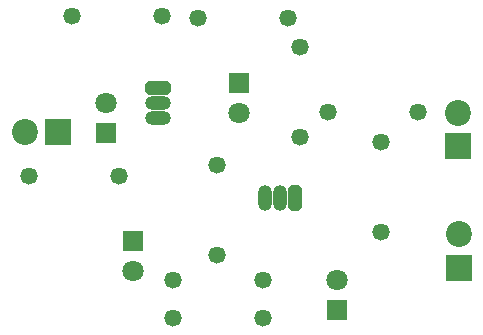
<source format=gbr>
G04 DipTrace 3.0.0.1*
G04 TopMask.gbr*
%MOIN*%
G04 #@! TF.FileFunction,Soldermask,Top*
G04 #@! TF.Part,Single*
%AMOUTLINE1*
4,1,8,
-0.031158,0.023622,
-0.043307,0.011473,
-0.043307,-0.011473,
-0.031158,-0.023622,
0.031158,-0.023622,
0.043307,-0.011473,
0.043307,0.011473,
0.031158,0.023622,
-0.031158,0.023622,
0*%
%AMOUTLINE4*
4,1,8,
0.023622,0.031158,
0.011473,0.043307,
-0.011473,0.043307,
-0.023622,0.031158,
-0.023622,-0.031158,
-0.011473,-0.043307,
0.011473,-0.043307,
0.023622,-0.031158,
0.023622,0.031158,
0*%
%ADD28C,0.086614*%
%ADD30R,0.086614X0.086614*%
%ADD31R,0.070866X0.070866*%
%ADD32C,0.057874*%
%ADD34C,0.057874*%
%ADD36O,0.047244X0.086614*%
%ADD38O,0.086614X0.047244*%
%ADD41C,0.070866*%
%ADD45OUTLINE1*%
%ADD48OUTLINE4*%
%FSLAX26Y26*%
G04*
G70*
G90*
G75*
G01*
G04 TopMask*
%LPD*%
D41*
X785827Y1299606D3*
D31*
Y1199606D3*
D41*
X875984Y738976D3*
D31*
Y838976D3*
D41*
X1227953Y1266142D3*
D31*
Y1366142D3*
D41*
X1555906Y708268D3*
D31*
Y608268D3*
D45*
X959055Y1349213D3*
D38*
Y1299213D3*
Y1249213D3*
D48*
X1415354Y982283D3*
D36*
X1365354D3*
X1315354D3*
D34*
X1390551Y1581102D3*
D32*
X1090551D3*
D34*
X971654Y1588189D3*
D32*
X671654D3*
D34*
X1432283Y1484646D3*
D32*
Y1184646D3*
D34*
X829134Y1053543D3*
D32*
X529134D3*
D34*
X1824409Y1269685D3*
D32*
X1524409D3*
D34*
X1154331Y1090157D3*
D32*
Y790157D3*
D34*
X1308661Y707087D3*
D32*
X1008661D3*
D34*
X1701181Y1169685D3*
D32*
Y869685D3*
D34*
X1307874Y580709D3*
D32*
X1007874D3*
D30*
X624409Y1201969D3*
D28*
X512992D3*
D30*
X1960236Y749213D3*
D28*
Y860630D3*
D30*
X1957480Y1153937D3*
D28*
Y1265354D3*
M02*

</source>
